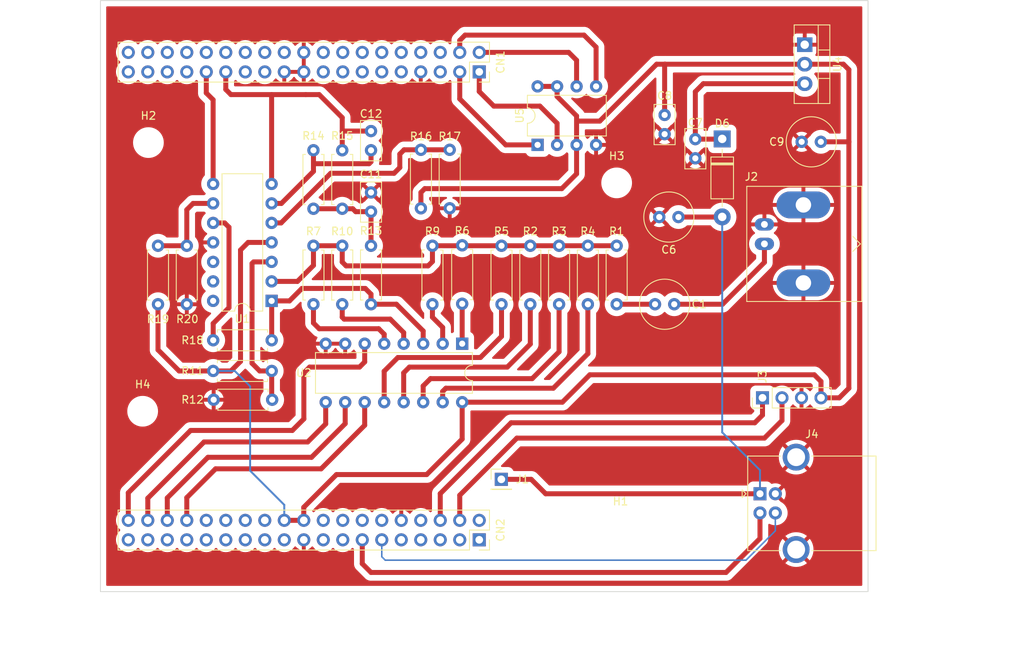
<source format=kicad_pcb>
(kicad_pcb (version 20211014) (generator pcbnew)
  (layers (0 "F.Cu" signal) (31 "B.Cu" signal) (34 "B.Paste" user) (35 "F.Paste" user) (36 "B.SilkS" user "B.Silkscreen") (37 "F.SilkS" user "F.Silkscreen") (38 "B.Mask" user) (39 "F.Mask" user) (44 "Edge.Cuts" user))
  (net 0 "")
  (net 1 "Net-(C1-Pad1)")
  (net 2 "Net-(C1-Pad2)")
  (net 4 "Net-(C7-Pad1)")
  (net 5 "3.3V")
  (net 6 "GND")
  (net 7 "Net-(C11-Pad2)")
  (net 8 "Net-(C12-Pad2)")
  (net 9 "/SDA")
  (net 10 "/VIN")
  (net 15 "/SCL")
  (net 17 "/D+")
  (net 18 "/SCK")
  (net 19 "/D-")
  (net 20 "/MISO")
  (net 21 "/MOSI")
  (net 22 "/CS")
  (net 23 "Net-(R1-Pad1)")
  (net 24 "Net-(R2-Pad2)")
  (net 25 "Net-(R3-Pad1)")
  (net 26 "Net-(R4-Pad1)")
  (net 27 "Net-(R5-Pad1)")
  (net 28 "Net-(R6-Pad1)")
  (net 29 "Net-(R7-Pad1)")
  (net 30 "Net-(R9-Pad1)")
  (net 31 "Net-(R10-Pad1)")
  (net 32 "Net-(R11-Pad1)")
  (net 33 "Net-(R13-Pad2)")
  (net 34 "Net-(R16-Pad1)")
  (net 35 "Net-(R18-Pad1)")
  (net 36 "Net-(R19-Pad1)")
  (net 41 "/D7")
  (net 42 "D3")
  (net 48 "/A0")
  (net 49 "/A1")
  (net 50 "/D5")
  (net 51 "/D4")
  (net 52 "D2")
  (net 53 "D1")
  (net 54 "D0")
  (footprint "Resistor_THT:R_Axial_DIN0207_L6.3mm_D2.5mm_P7.62mm_Horizontal" (layer "F.Cu") (at 93 76.06 90)
    (fp_text reference "R4" (at 9.5 0) (layer "F.SilkS"))
    (fp_text value "15K")
    (pad "1" thru_hole circle (at 0 0 90) (size 1.6 1.6) (drill 0.8) (layers *.Cu *.Mask) (net 26 "Net-(R4-Pad1)"))
    (pad "2" thru_hole oval (at 7.62 0 90) (size 1.6 1.6) (drill 0.8) (layers *.Cu *.Mask) (net 23 "Net-(R1-Pad1)"))
  )
  (footprint "Resistor_THT:R_Axial_DIN0207_L6.3mm_D2.5mm_P7.62mm_Horizontal" (layer "F.Cu") (at 51.81 84.75 180)
    (fp_text reference "R11" (at 10.31 0) (layer "F.SilkS"))
    (fp_text value "10K")
    (pad "1" thru_hole circle (at 0 0 180) (size 1.6 1.6) (drill 0.8) (layers *.Cu *.Mask) (net 32 "Net-(R11-Pad1)"))
    (pad "2" thru_hole oval (at 7.62 0 180) (size 1.6 1.6) (drill 0.8) (layers *.Cu *.Mask) (net 5 "3.3V"))
  )
  (footprint "Package_DIP:DIP-14_W7.62mm" (layer "F.Cu") (at 51.8 75.625 180)
    (fp_text reference "U1" (at 3.81 -2.33) (layer "F.SilkS"))
    (fp_text value "MCP6004")
    (pad "1" thru_hole rect (at 0 0 180) (size 1.6 1.6) (drill 0.8) (layers *.Cu *.Mask) (net 33 "Net-(R13-Pad2)"))
    (pad "2" thru_hole oval (at 0 2.54 180) (size 1.6 1.6) (drill 0.8) (layers *.Cu *.Mask) (net 23 "Net-(R1-Pad1)"))
    (pad "3" thru_hole oval (at 0 5.08 180) (size 1.6 1.6) (drill 0.8) (layers *.Cu *.Mask) (net 32 "Net-(R11-Pad1)"))
    (pad "4" thru_hole oval (at 0 7.62 180) (size 1.6 1.6) (drill 0.8) (layers *.Cu *.Mask) (net 5 "3.3V"))
    (pad "5" thru_hole oval (at 0 10.16 180) (size 1.6 1.6) (drill 0.8) (layers *.Cu *.Mask) (net 34 "Net-(R16-Pad1)"))
    (pad "6" thru_hole oval (at 0 12.7 180) (size 1.6 1.6) (drill 0.8) (layers *.Cu *.Mask) (net 8 "Net-(C12-Pad2)"))
    (pad "7" thru_hole oval (at 0 15.24 180) (size 1.6 1.6) (drill 0.8) (layers *.Cu *.Mask) (net 48 "/A0"))
    (pad "8" thru_hole oval (at 7.62 15.24 180) (size 1.6 1.6) (drill 0.8) (layers *.Cu *.Mask) (net 49 "/A1"))
    (pad "9" thru_hole oval (at 7.62 12.7 180) (size 1.6 1.6) (drill 0.8) (layers *.Cu *.Mask) (net 36 "Net-(R19-Pad1)"))
    (pad "10" thru_hole oval (at 7.62 10.16 180) (size 1.6 1.6) (drill 0.8) (layers *.Cu *.Mask) (net 35 "Net-(R18-Pad1)"))
    (pad "11" thru_hole oval (at 7.62 7.62 180) (size 1.6 1.6) (drill 0.8) (layers *.Cu *.Mask) (net 6 "GND"))
    (pad "12" thru_hole oval (at 7.62 5.08 180) (size 1.6 1.6) (drill 0.8) (layers *.Cu *.Mask))
    (pad "13" thru_hole oval (at 7.62 2.54 180) (size 1.6 1.6) (drill 0.8) (layers *.Cu *.Mask))
    (pad "14" thru_hole oval (at 7.62 0 180) (size 1.6 1.6) (drill 0.8) (layers *.Cu *.Mask))
  )
  (footprint "Diode_THT:D_DO-41_SOD81_P10.16mm_Horizontal" (layer "F.Cu") (at 110.5 54.52 -90)
    (fp_text reference "D6" (at -2.02 0 180) (layer "F.SilkS"))
    (fp_text value "1N5819")
    (pad "1" thru_hole rect (at 0 0 270) (size 2.2 2.2) (drill 1.1) (layers *.Cu *.Mask) (net 4 "Net-(C7-Pad1)"))
    (pad "2" thru_hole oval (at 10.16 0 270) (size 2.2 2.2) (drill 1.1) (layers *.Cu *.Mask) (net 10 "/VIN"))
  )
  (footprint "Resistor_THT:R_Axial_DIN0207_L6.3mm_D2.5mm_P7.62mm_Horizontal" (layer "F.Cu") (at 75 55.94 -90)
    (fp_text reference "R17" (at -1.75 0) (layer "F.SilkS"))
    (fp_text value "10K")
    (pad "1" thru_hole circle (at 0 0 270) (size 1.6 1.6) (drill 0.8) (layers *.Cu *.Mask) (net 34 "Net-(R16-Pad1)"))
    (pad "2" thru_hole oval (at 7.62 0 270) (size 1.6 1.6) (drill 0.8) (layers *.Cu *.Mask) (net 6 "GND"))
  )
  (footprint "Connector_PinHeader_2.54mm:PinHeader_1x04_P2.54mm_Vertical" (layer "F.Cu") (at 115.75 88.25 90)
    (fp_text reference "J3" (at 2.75 0 90) (layer "F.SilkS"))
    (fp_text value "DISPLAY")
    (pad "1" thru_hole rect (at 0 0 90) (size 1.7 1.7) (drill 1) (layers *.Cu *.Mask) (net 9 "/SDA"))
    (pad "2" thru_hole oval (at 0 2.54 90) (size 1.7 1.7) (drill 1) (layers *.Cu *.Mask) (net 15 "/SCL"))
    (pad "3" thru_hole oval (at 0 5.08 90) (size 1.7 1.7) (drill 1) (layers *.Cu *.Mask) (net 6 "GND"))
    (pad "4" thru_hole oval (at 0 7.62 90) (size 1.7 1.7) (drill 1) (layers *.Cu *.Mask) (net 5 "3.3V"))
  )
  (footprint "Resistor_THT:R_Axial_DIN0207_L6.3mm_D2.5mm_P7.62mm_Horizontal" (layer "F.Cu") (at 64.75 68.44 -90)
    (fp_text reference "R13" (at -1.94 0) (layer "F.SilkS"))
    (fp_text value "5.6K")
    (pad "1" thru_hole circle (at 0 0 270) (size 1.6 1.6) (drill 0.8) (layers *.Cu *.Mask) (net 7 "Net-(C11-Pad2)"))
    (pad "2" thru_hole oval (at 7.62 0 270) (size 1.6 1.6) (drill 0.8) (layers *.Cu *.Mask) (net 33 "Net-(R13-Pad2)"))
  )
  (footprint "Resistor_THT:R_Axial_DIN0207_L6.3mm_D2.5mm_P7.62mm_Horizontal" (layer "F.Cu") (at 96.75 68.44 -90)
    (fp_text reference "R1" (at -1.88 0) (layer "F.SilkS"))
    (fp_text value "15K")
    (pad "1" thru_hole circle (at 0 0 270) (size 1.6 1.6) (drill 0.8) (layers *.Cu *.Mask) (net 23 "Net-(R1-Pad1)"))
    (pad "2" thru_hole oval (at 7.62 0 270) (size 1.6 1.6) (drill 0.8) (layers *.Cu *.Mask) (net 1 "Net-(C1-Pad1)"))
  )
  (footprint "Capacitor_THT:C_Radial_D6.3mm_H11.0mm_P2.50mm" (layer "F.Cu") (at 123.35 54.9 180)
    (fp_text reference "C9" (at 5.75 0) (layer "F.SilkS"))
    (fp_text value "10uF")
    (pad "1" thru_hole circle (at 0 0 180) (size 1.6 1.6) (drill 0.8) (layers *.Cu *.Mask) (net 5 "3.3V"))
    (pad "2" thru_hole circle (at 2.5 0 180) (size 1.6 1.6) (drill 0.8) (layers *.Cu *.Mask) (net 6 "GND"))
  )
  (footprint "Capacitor_THT:C_Disc_D5.0mm_W2.5mm_P2.50mm" (layer "F.Cu") (at 103 51.4 -90)
    (fp_text reference "C8" (at -2.5 0 180) (layer "F.SilkS"))
    (fp_text value "100nF")
    (pad "1" thru_hole circle (at 0 0 270) (size 1.6 1.6) (drill 0.8) (layers *.Cu *.Mask) (net 5 "3.3V"))
    (pad "2" thru_hole circle (at 2.5 0 270) (size 1.6 1.6) (drill 0.8) (layers *.Cu *.Mask) (net 6 "GND"))
  )
  (footprint "Resistor_THT:R_Axial_DIN0207_L6.3mm_D2.5mm_P7.62mm_Horizontal" (layer "F.Cu") (at 72.75 76.06 90)
    (fp_text reference "R9" (at 9.5 0) (layer "F.SilkS"))
    (fp_text value "470K")
    (pad "1" thru_hole circle (at 0 0 90) (size 1.6 1.6) (drill 0.8) (layers *.Cu *.Mask) (net 30 "Net-(R9-Pad1)"))
    (pad "2" thru_hole oval (at 7.62 0 90) (size 1.6 1.6) (drill 0.8) (layers *.Cu *.Mask) (net 23 "Net-(R1-Pad1)"))
  )
  (footprint "MountingHole:MountingHole_2.5mm" (layer "F.Cu") (at 35 90)
    (fp_text reference "H4" (at 0 -3.5) (layer "F.SilkS"))
    (fp_text value "MountingHole")
    (pad "" np_thru_hole circle (at 0 0) (size 2.5 2.5) (drill 2.5) (layers *.Cu *.Mask))
  )
  (footprint "Connector_USB:USB_B_OST_USB-B1HSxx_Horizontal" (layer "F.Cu") (at 115.4225 100.75)
    (fp_text reference "J4" (at 6.76 -7.77) (layer "F.SilkS"))
    (fp_text value "USB_B")
    (pad "1" thru_hole rect (at 0 0) (size 1.7 1.7) (drill 0.92) (layers *.Cu *.Mask) (net 10 "/VIN"))
    (pad "2" thru_hole circle (at 0 2.5) (size 1.7 1.7) (drill 0.92) (layers *.Cu *.Mask) (net 19 "/D-"))
    (pad "3" thru_hole circle (at 2 2.5) (size 1.7 1.7) (drill 0.92) (layers *.Cu *.Mask) (net 17 "/D+"))
    (pad "4" thru_hole circle (at 2 0) (size 1.7 1.7) (drill 0.92) (layers *.Cu *.Mask) (net 6 "GND"))
    (pad "5" thru_hole circle (at 4.71 7.27) (size 3.5 3.5) (drill 2.33) (layers *.Cu *.Mask) (net 6 "GND"))
    (pad "5" thru_hole circle (at 4.71 -4.77) (size 3.5 3.5) (drill 2.33) (layers *.Cu *.Mask) (net 6 "GND"))
  )
  (footprint "Resistor_THT:R_Axial_DIN0207_L6.3mm_D2.5mm_P7.62mm_Horizontal" (layer "F.Cu") (at 61 76.06 90)
    (fp_text reference "R10" (at 9.5 0) (layer "F.SilkS"))
    (fp_text value "750K")
    (pad "1" thru_hole circle (at 0 0 90) (size 1.6 1.6) (drill 0.8) (layers *.Cu *.Mask) (net 31 "Net-(R10-Pad1)"))
    (pad "2" thru_hole oval (at 7.62 0 90) (size 1.6 1.6) (drill 0.8) (layers *.Cu *.Mask) (net 23 "Net-(R1-Pad1)"))
  )
  (footprint "Capacitor_THT:C_Disc_D5.0mm_W2.5mm_P2.50mm" (layer "F.Cu") (at 107 54.55 -90)
    (fp_text reference "C7" (at -2.15 0 180) (layer "F.SilkS"))
    (fp_text value "100nF")
    (pad "1" thru_hole circle (at 0 0 270) (size 1.6 1.6) (drill 0.8) (layers *.Cu *.Mask) (net 4 "Net-(C7-Pad1)"))
    (pad "2" thru_hole circle (at 2.5 0 270) (size 1.6 1.6) (drill 0.8) (layers *.Cu *.Mask) (net 6 "GND"))
  )
  (footprint "Resistor_THT:R_Axial_DIN0207_L6.3mm_D2.5mm_P7.62mm_Horizontal" (layer "F.Cu") (at 37 68.44 -90)
    (fp_text reference "R19" (at 9.56 0) (layer "F.SilkS"))
    (fp_text value "10K")
    (pad "1" thru_hole circle (at 0 0 270) (size 1.6 1.6) (drill 0.8) (layers *.Cu *.Mask) (net 36 "Net-(R19-Pad1)"))
    (pad "2" thru_hole oval (at 7.62 0 270) (size 1.6 1.6) (drill 0.8) (layers *.Cu *.Mask) (net 5 "3.3V"))
  )
  (footprint "Resistor_THT:R_Axial_DIN0207_L6.3mm_D2.5mm_P7.62mm_Horizontal" (layer "F.Cu") (at 57.25 76.06 90)
    (fp_text reference "R7" (at 9.5 0) (layer "F.SilkS"))
    (fp_text value "150K")
    (pad "1" thru_hole circle (at 0 0 90) (size 1.6 1.6) (drill 0.8) (layers *.Cu *.Mask) (net 29 "Net-(R7-Pad1)"))
    (pad "2" thru_hole oval (at 7.62 0 90) (size 1.6 1.6) (drill 0.8) (layers *.Cu *.Mask) (net 23 "Net-(R1-Pad1)"))
  )
  (footprint "Capacitor_THT:C_Radial_D6.3mm_H11.0mm_P2.50mm" (layer "F.Cu") (at 101.75 76.06)
    (fp_text reference "C1" (at 5.75 0) (layer "F.SilkS"))
    (fp_text value "22uF")
    (pad "1" thru_hole circle (at 0 0) (size 1.6 1.6) (drill 0.8) (layers *.Cu *.Mask) (net 1 "Net-(C1-Pad1)"))
    (pad "2" thru_hole circle (at 2.5 0) (size 1.6 1.6) (drill 0.8) (layers *.Cu *.Mask) (net 2 "Net-(C1-Pad2)"))
  )
  (footprint "Package_TO_SOT_THT:TO-220-3_Vertical" (layer "F.Cu") (at 121.25 42.25 -90)
    (fp_text reference "U4" (at 2.54 -4.27 -90) (layer "F.SilkS"))
    (fp_text value "LM1117-3.3")
    (pad "1" thru_hole rect (at 0 0 270) (size 1.905 2) (drill 1.1) (layers *.Cu *.Mask) (net 6 "GND"))
    (pad "2" thru_hole oval (at 2.54 0 270) (size 1.905 2) (drill 1.1) (layers *.Cu *.Mask) (net 5 "3.3V"))
    (pad "3" thru_hole oval (at 5.08 0 270) (size 1.905 2) (drill 1.1) (layers *.Cu *.Mask) (net 4 "Net-(C7-Pad1)"))
  )
  (footprint "Resistor_THT:R_Axial_DIN0207_L6.3mm_D2.5mm_P7.62mm_Horizontal" (layer "F.Cu") (at 76.625 76 90)
    (fp_text reference "R6" (at 9.5 0) (layer "F.SilkS"))
    (fp_text value "75K")
    (pad "1" thru_hole circle (at 0 0 90) (size 1.6 1.6) (drill 0.8) (layers *.Cu *.Mask) (net 28 "Net-(R6-Pad1)"))
    (pad "2" thru_hole oval (at 7.62 0 90) (size 1.6 1.6) (drill 0.8) (layers *.Cu *.Mask) (net 23 "Net-(R1-Pad1)"))
  )
  (footprint "Connector_PinHeader_2.54mm:PinHeader_1x01_P2.54mm_Vertical" (layer "F.Cu") (at 81.725 98.87)
    (fp_text reference "J1" (at 2.75 0) (layer "F.SilkS"))
    (fp_text value "VIN")
    (pad "1" thru_hole rect (at 0 0) (size 1.7 1.7) (drill 1) (layers *.Cu *.Mask) (net 10 "/VIN"))
  )
  (footprint "Capacitor_THT:C_Radial_D6.3mm_H11.0mm_P2.50mm" (layer "F.Cu") (at 104.8 64.7 180)
    (fp_text reference "C6" (at 1.25 -4.25) (layer "F.SilkS"))
    (fp_text value "10uF")
    (pad "1" thru_hole circle (at 0 0 180) (size 1.6 1.6) (drill 0.8) (layers *.Cu *.Mask) (net 10 "/VIN"))
    (pad "2" thru_hole circle (at 2.5 0 180) (size 1.6 1.6) (drill 0.8) (layers *.Cu *.Mask) (net 6 "GND"))
  )
  (footprint "Package_DIP:DIP-8_W7.62mm" (layer "F.Cu") (at 86.45 55.3 90)
    (fp_text reference "U5" (at 3.81 -2.33 90) (layer "F.SilkS"))
    (fp_text value "M95128")
    (pad "1" thru_hole rect (at 0 0 90) (size 1.6 1.6) (drill 0.8) (layers *.Cu *.Mask) (net 22 "/CS"))
    (pad "2" thru_hole oval (at 0 2.54 90) (size 1.6 1.6) (drill 0.8) (layers *.Cu *.Mask) (net 20 "/MISO"))
    (pad "3" thru_hole oval (at 0 5.08 90) (size 1.6 1.6) (drill 0.8) (layers *.Cu *.Mask) (net 5 "3.3V"))
    (pad "4" thru_hole oval (at 0 7.62 90) (size 1.6 1.6) (drill 0.8) (layers *.Cu *.Mask) (net 6 "GND"))
    (pad "5" thru_hole oval (at 7.62 7.62 90) (size 1.6 1.6) (drill 0.8) (layers *.Cu *.Mask) (net 21 "/MOSI"))
    (pad "6" thru_hole oval (at 7.62 5.08 90) (size 1.6 1.6) (drill 0.8) (layers *.Cu *.Mask) (net 18 "/SCK"))
    (pad "7" thru_hole oval (at 7.62 2.54 90) (size 1.6 1.6) (drill 0.8) (layers *.Cu *.Mask) (net 5 "3.3V"))
    (pad "8" thru_hole oval (at 7.62 0 90) (size 1.6 1.6) (drill 0.8) (layers *.Cu *.Mask) (net 5 "3.3V"))
  )
  (footprint "Package_DIP:DIP-16_W7.62mm" (layer "F.Cu") (at 76.625 81.2 -90)
    (fp_text reference "U2" (at 3.8 20.625 180) (layer "F.SilkS"))
    (fp_text value "74HC4051")
    (pad "1" thru_hole rect (at 0 0 270) (size 1.6 1.6) (drill 0.8) (layers *.Cu *.Mask) (net 28 "Net-(R6-Pad1)"))
    (pad "2" thru_hole oval (at 0 2.54 270) (size 1.6 1.6) (drill 0.8) (layers *.Cu *.Mask) (net 30 "Net-(R9-Pad1)"))
    (pad "3" thru_hole oval (at 0 5.08 270) (size 1.6 1.6) (drill 0.8) (layers *.Cu *.Mask) (net 33 "Net-(R13-Pad2)"))
    (pad "4" thru_hole oval (at 0 7.62 270) (size 1.6 1.6) (drill 0.8) (layers *.Cu *.Mask) (net 31 "Net-(R10-Pad1)"))
    (pad "5" thru_hole oval (at 0 10.16 270) (size 1.6 1.6) (drill 0.8) (layers *.Cu *.Mask) (net 29 "Net-(R7-Pad1)"))
    (pad "6" thru_hole oval (at 0 12.7 270) (size 1.6 1.6) (drill 0.8) (layers *.Cu *.Mask) (net 54 "D0"))
    (pad "7" thru_hole oval (at 0 15.24 270) (size 1.6 1.6) (drill 0.8) (layers *.Cu *.Mask) (net 6 "GND"))
    (pad "8" thru_hole oval (at 0 17.78 270) (size 1.6 1.6) (drill 0.8) (layers *.Cu *.Mask) (net 6 "GND"))
    (pad "9" thru_hole oval (at 7.62 17.78 270) (size 1.6 1.6) (drill 0.8) (layers *.Cu *.Mask) (net 53 "D1"))
    (pad "10" thru_hole oval (at 7.62 15.24 270) (size 1.6 1.6) (drill 0.8) (layers *.Cu *.Mask) (net 52 "D2"))
    (pad "11" thru_hole oval (at 7.62 12.7 270) (size 1.6 1.6) (drill 0.8) (layers *.Cu *.Mask) (net 42 "D3"))
    (pad "12" thru_hole oval (at 7.62 10.16 270) (size 1.6 1.6) (drill 0.8) (layers *.Cu *.Mask) (net 27 "Net-(R5-Pad1)"))
    (pad "13" thru_hole oval (at 7.62 7.62 270) (size 1.6 1.6) (drill 0.8) (layers *.Cu *.Mask) (net 24 "Net-(R2-Pad2)"))
    (pad "14" thru_hole oval (at 7.62 5.08 270) (size 1.6 1.6) (drill 0.8) (layers *.Cu *.Mask) (net 25 "Net-(R3-Pad1)"))
    (pad "15" thru_hole oval (at 7.62 2.54 270) (size 1.6 1.6) (drill 0.8) (layers *.Cu *.Mask) (net 26 "Net-(R4-Pad1)"))
    (pad "16" thru_hole oval (at 7.62 0 270) (size 1.6 1.6) (drill 0.8) (layers *.Cu *.Mask) (net 5 "3.3V"))
  )
  (footprint "Capacitor_THT:C_Disc_D5.0mm_W2.5mm_P2.50mm" (layer "F.Cu") (at 64.75 61.5 -90)
    (fp_text reference "C11" (at -2.37 0) (layer "F.SilkS"))
    (fp_text value "4nF")
    (pad "1" thru_hole circle (at 0 0 270) (size 1.6 1.6) (drill 0.8) (layers *.Cu *.Mask) (net 6 "GND"))
    (pad "2" thru_hole circle (at 2.5 0 270) (size 1.6 1.6) (drill 0.8) (layers *.Cu *.Mask) (net 7 "Net-(C11-Pad2)"))
  )
  (footprint "Resistor_THT:R_Axial_DIN0207_L6.3mm_D2.5mm_P7.62mm_Horizontal" (layer "F.Cu") (at 57.25 56 -90)
    (fp_text reference "R14" (at -1.88 0) (layer "F.SilkS"))
    (fp_text value "2.7K")
    (pad "1" thru_hole circle (at 0 0 270) (size 1.6 1.6) (drill 0.8) (layers *.Cu *.Mask) (net 8 "Net-(C12-Pad2)"))
    (pad "2" thru_hole oval (at 7.62 0 270) (size 1.6 1.6) (drill 0.8) (layers *.Cu *.Mask) (net 7 "Net-(C11-Pad2)"))
  )
  (footprint "MountingHole:MountingHole_2.5mm" (layer "F.Cu") (at 35.75 55)
    (fp_text reference "H2" (at 0 -3.5) (layer "F.SilkS"))
    (fp_text value "MountingHole")
    (pad "" np_thru_hole circle (at 0 0) (size 2.5 2.5) (drill 2.5) (layers *.Cu *.Mask))
  )
  (footprint "MountingHole:MountingHole_2.5mm" (layer "F.Cu") (at 96.75 60.25)
    (fp_text reference "H3" (at 0 -3.5) (layer "F.SilkS"))
    (fp_text value "MountingHole")
    (pad "" np_thru_hole circle (at 0 0) (size 2.5 2.5) (drill 2.5) (layers *.Cu *.Mask))
  )
  (footprint "Resistor_THT:R_Axial_DIN0207_L6.3mm_D2.5mm_P7.62mm_Horizontal" (layer "F.Cu") (at 71.25 55.94 -90)
    (fp_text reference "R16" (at -1.75 -0.02) (layer "F.SilkS"))
    (fp_text value "10K")
    (pad "1" thru_hole circle (at 0 0 270) (size 1.6 1.6) (drill 0.8) (layers *.Cu *.Mask) (net 34 "Net-(R16-Pad1)"))
    (pad "2" thru_hole oval (at 7.62 0 270) (size 1.6 1.6) (drill 0.8) (layers *.Cu *.Mask) (net 5 "3.3V"))
  )
  (footprint "Resistor_THT:R_Axial_DIN0207_L6.3mm_D2.5mm_P7.62mm_Horizontal" (layer "F.Cu") (at 85.5 68.44 -90)
    (fp_text reference "R2" (at -1.88 0) (layer "F.SilkS"))
    (fp_text value "4.3K")
    (pad "1" thru_hole circle (at 0 0 270) (size 1.6 1.6) (drill 0.8) (layers *.Cu *.Mask) (net 23 "Net-(R1-Pad1)"))
    (pad "2" thru_hole oval (at 7.62 0 270) (size 1.6 1.6) (drill 0.8) (layers *.Cu *.Mask) (net 24 "Net-(R2-Pad2)"))
  )
  (footprint "Resistor_THT:R_Axial_DIN0207_L6.3mm_D2.5mm_P7.62mm_Horizontal" (layer "F.Cu") (at 51.87 88.5 180)
    (fp_text reference "R12" (at 10.37 0) (layer "F.SilkS"))
    (fp_text value "10K")
    (pad "1" thru_hole circle (at 0 0 180) (size 1.6 1.6) (drill 0.8) (layers *.Cu *.Mask) (net 32 "Net-(R11-Pad1)"))
    (pad "2" thru_hole oval (at 7.62 0 180) (size 1.6 1.6) (drill 0.8) (layers *.Cu *.Mask) (net 6 "GND"))
  )
  (footprint "Connector_PinSocket_2.54mm:PinSocket_2x19_P2.54mm_Vertical" (layer "F.Cu") (at 78.85 106.75 -90)
    (fp_text reference "CN2" (at -1.27 -2.77 90) (layer "F.SilkS"))
    (fp_text value "Conector DER")
    (pad "1" thru_hole rect (at 0 0 270) (size 1.7 1.7) (drill 1) (layers *.Cu *.Mask))
    (pad "2" thru_hole oval (at -2.54 0 270) (size 1.7 1.7) (drill 1) (layers *.Cu *.Mask))
    (pad "3" thru_hole oval (at 0 2.54 270) (size 1.7 1.7) (drill 1) (layers *.Cu *.Mask))
    (pad "4" thru_hole oval (at -2.54 2.54 270) (size 1.7 1.7) (drill 1) (layers *.Cu *.Mask) (net 15 "/SCL"))
    (pad "5" thru_hole oval (at 0 5.08 270) (size 1.7 1.7) (drill 1) (layers *.Cu *.Mask))
    (pad "6" thru_hole oval (at -2.54 5.08 270) (size 1.7 1.7) (drill 1) (layers *.Cu *.Mask) (net 9 "/SDA"))
    (pad "7" thru_hole oval (at 0 7.62 270) (size 1.7 1.7) (drill 1) (layers *.Cu *.Mask))
    (pad "8" thru_hole oval (at -2.54 7.62 270) (size 1.7 1.7) (drill 1) (layers *.Cu *.Mask))
    (pad "9" thru_hole oval (at 0 10.16 270) (size 1.7 1.7) (drill 1) (layers *.Cu *.Mask))
    (pad "10" thru_hole oval (at -2.54 10.16 270) (size 1.7 1.7) (drill 1) (layers *.Cu *.Mask) (net 6 "GND"))
    (pad "11" thru_hole oval (at 0 12.7 270) (size 1.7 1.7) (drill 1) (layers *.Cu *.Mask) (net 17 "/D+"))
    (pad "12" thru_hole oval (at -2.54 12.7 270) (size 1.7 1.7) (drill 1) (layers *.Cu *.Mask))
    (pad "13" thru_hole oval (at 0 15.24 270) (size 1.7 1.7) (drill 1) (layers *.Cu *.Mask) (net 19 "/D-"))
    (pad "14" thru_hole oval (at -2.54 15.24 270) (size 1.7 1.7) (drill 1) (layers *.Cu *.Mask))
    (pad "15" thru_hole oval (at 0 17.78 270) (size 1.7 1.7) (drill 1) (layers *.Cu *.Mask))
    (pad "16" thru_hole oval (at -2.54 17.78 270) (size 1.7 1.7) (drill 1) (layers *.Cu *.Mask))
    (pad "17" thru_hole oval (at 0 20.32 270) (size 1.7 1.7) (drill 1) (layers *.Cu *.Mask))
    (pad "18" thru_hole oval (at -2.54 20.32 270) (size 1.7 1.7) (drill 1) (layers *.Cu *.Mask))
    (pad "19" thru_hole oval (at 0 22.86 270) (size 1.7 1.7) (drill 1) (layers *.Cu *.Mask) (net 6 "GND"))
    (pad "20" thru_hole oval (at -2.54 22.86 270) (size 1.7 1.7) (drill 1) (layers *.Cu *.Mask) (net 5 "3.3V"))
    (pad "21" thru_hole oval (at 0 25.4 270) (size 1.7 1.7) (drill 1) (layers *.Cu *.Mask))
    (pad "22" thru_hole oval (at -2.54 25.4 270) (size 1.7 1.7) (drill 1) (layers *.Cu *.Mask) (net 5 "3.3V"))
    (pad "23" thru_hole oval (at 0 27.94 270) (size 1.7 1.7) (drill 1) (layers *.Cu *.Mask))
    (pad "24" thru_hole oval (at -2.54 27.94 270) (size 1.7 1.7) (drill 1) (layers *.Cu *.Mask) (net 41 "/D7"))
    (pad "25" thru_hole oval (at 0 30.48 270) (size 1.7 1.7) (drill 1) (layers *.Cu *.Mask))
    (pad "26" thru_hole oval (at -2.54 30.48 270) (size 1.7 1.7) (drill 1) (layers *.Cu *.Mask))
    (pad "27" thru_hole oval (at 0 33.02 270) (size 1.7 1.7) (drill 1) (layers *.Cu *.Mask))
    (pad "28" thru_hole oval (at -2.54 33.02 270) (size 1.7 1.7) (drill 1) (layers *.Cu *.Mask) (net 50 "/D5"))
    (pad "29" thru_hole oval (at 0 35.56 270) (size 1.7 1.7) (drill 1) (layers *.Cu *.Mask))
    (pad "30" thru_hole oval (at -2.54 35.56 270) (size 1.7 1.7) (drill 1) (layers *.Cu *.Mask) (net 51 "/D4"))
    (pad "31" thru_hole oval (at 0 38.1 270) (size 1.7 1.7) (drill 1) (layers *.Cu *.Mask))
    (pad "32" thru_hole oval (at -2.54 38.1 270) (size 1.7 1.7) (drill 1) (layers *.Cu *.Mask) (net 42 "D3"))
    (pad "33" thru_hole oval (at 0 40.64 270) (size 1.7 1.7) (drill 1) (layers *.Cu *.Mask))
    (pad "34" thru_hole oval (at -2.54 40.64 270) (size 1.7 1.7) (drill 1) (layers *.Cu *.Mask) (net 52 "D2"))
    (pad "35" thru_hole oval (at 0 43.18 270) (size 1.7 1.7) (drill 1) (layers *.Cu *.Mask))
    (pad "36" thru_hole oval (at -2.54 43.18 270) (size 1.7 1.7) (drill 1) (layers *.Cu *.Mask) (net 53 "D1"))
    (pad "37" thru_hole oval (at 0 45.72 270) (size 1.7 1.7) (drill 1) (layers *.Cu *.Mask))
    (pad "38" thru_hole oval (at -2.54 45.72 270) (size 1.7 1.7) (drill 1) (layers *.Cu *.Mask) (net 54 "D0"))
  )
  (footprint "Connector_Coaxial:BNC_Amphenol_B6252HB-NPP3G-50_Horizontal" (layer "F.Cu") (at 116 68.2 -90)
    (fp_text reference "J2" (at -8.75 1.7) (layer "F.SilkS"))
    (fp_text value "Conn_Coaxial")
    (pad "1" thru_hole oval (at 0 0 270) (size 1.6 2.5) (drill 0.89) (layers *.Cu *.Mask) (net 2 "Net-(C1-Pad2)"))
    (pad "2" thru_hole oval (at -2.54 0 270) (size 1.6 2.5) (drill 0.89) (layers *.Cu *.Mask) (net 6 "GND"))
    (pad "2" thru_hole oval (at 5.08 -5.08 270) (size 3.5 7) (drill 2.01) (layers *.Cu *.Mask) (net 6 "GND"))
    (pad "2" thru_hole oval (at -5.08 -5.08 270) (size 3.5 7) (drill 2.01) (layers *.Cu *.Mask) (net 6 "GND"))
  )
  (footprint "Connector_PinSocket_2.54mm:PinSocket_2x19_P2.54mm_Vertical" (layer "F.Cu") (at 78.85 45.79 -90)
    (fp_text reference "CN1" (at -1.27 -2.77 90) (layer "F.SilkS"))
    (fp_text value "Conector IZQ")
    (pad "1" thru_hole rect (at 0 0 270) (size 1.7 1.7) (drill 1) (layers *.Cu *.Mask) (net 20 "/MISO"))
    (pad "2" thru_hole oval (at -2.54 0 270) (size 1.7 1.7) (drill 1) (layers *.Cu *.Mask) (net 18 "/SCK"))
    (pad "3" thru_hole oval (at 0 2.54 270) (size 1.7 1.7) (drill 1) (layers *.Cu *.Mask) (net 22 "/CS"))
    (pad "4" thru_hole oval (at -2.54 2.54 270) (size 1.7 1.7) (drill 1) (layers *.Cu *.Mask) (net 21 "/MOSI"))
    (pad "5" thru_hole oval (at 0 5.08 270) (size 1.7 1.7) (drill 1) (layers *.Cu *.Mask))
    (pad "6" thru_hole oval (at -2.54 5.08 270) (size 1.7 1.7) (drill 1) (layers *.Cu *.Mask))
    (pad "7" thru_hole oval (at 0 7.62 270) (size 1.7 1.7) (drill 1) (layers *.Cu *.Mask) (net 6 "GND"))
    (pad "8" thru_hole oval (at -2.54 7.62 270) (size 1.7 1.7) (drill 1) (layers *.Cu *.Mask))
    (pad "9" thru_hole oval (at 0 10.16 270) (size 1.7 1.7) (drill 1) (layers *.Cu *.Mask))
    (pad "10" thru_hole oval (at -2.54 10.16 270) (size 1.7 1.7) (drill 1) (layers *.Cu *.Mask))
    (pad "11" thru_hole oval (at 0 12.7 270) (size 1.7 1.7) (drill 1) (layers *.Cu *.Mask))
    (pad "12" thru_hole oval (at -2.54 12.7 270) (size 1.7 1.7) (drill 1) (layers *.Cu *.Mask))
    (pad "13" thru_hole oval (at 0 15.24 270) (size 1.7 1.7) (drill 1) (layers *.Cu *.Mask))
    (pad "14" thru_hole oval (at -2.54 15.24 270) (size 1.7 1.7) (drill 1) (layers *.Cu *.Mask))
    (pad "15" thru_hole oval (at 0 17.78 270) (size 1.7 1.7) (drill 1) (layers *.Cu *.Mask))
    (pad "16" thru_hole oval (at -2.54 17.78 270) (size 1.7 1.7) (drill 1) (layers *.Cu *.Mask))
    (pad "17" thru_hole oval (at 0 20.32 270) (size 1.7 1.7) (drill 1) (layers *.Cu *.Mask))
    (pad "18" thru_hole oval (at -2.54 20.32 270) (size 1.7 1.7) (drill 1) (layers *.Cu *.Mask))
    (pad "19" thru_hole oval (at 0 22.86 270) (size 1.7 1.7) (drill 1) (layers *.Cu *.Mask) (net 6 "GND"))
    (pad "20" thru_hole oval (at -2.54 22.86 270) (size 1.7 1.7) (drill 1) (layers *.Cu *.Mask) (net 6 "GND"))
    (pad "21" thru_hole oval (at 0 25.4 270) (size 1.7 1.7) (drill 1) (layers *.Cu *.Mask) (net 6 "GND"))
    (pad "22" thru_hole oval (at -2.54 25.4 270) (size 1.7 1.7) (drill 1) (layers *.Cu *.Mask))
    (pad "23" thru_hole oval (at 0 27.94 270) (size 1.7 1.7) (drill 1) (layers *.Cu *.Mask))
    (pad "24" thru_hole oval (at -2.54 27.94 270) (size 1.7 1.7) (drill 1) (layers *.Cu *.Mask))
    (pad "25" thru_hole oval (at 0 30.48 270) (size 1.7 1.7) (drill 1) (layers *.Cu *.Mask))
    (pad "26" thru_hole oval (at -2.54 30.48 270) (size 1.7 1.7) (drill 1) (layers *.Cu *.Mask))
    (pad "27" thru_hole oval (at 0 33.02 270) (size 1.7 1.7) (drill 1) (layers *.Cu *.Mask) (net 48 "/A0"))
    (pad "28" thru_hole oval (at -2.54 33.02 270) (size 1.7 1.7) (drill 1) (layers *.Cu *.Mask))
    (pad "29" thru_hole oval (at 0 35.56 270) (size 1.7 1.7) (drill 1) (layers *.Cu *.Mask) (net 49 "/A1"))
    (pad "30" thru_hole oval (at -2.54 35.56 270) (size 1.7 1.7) (drill 1) (layers *.Cu *.Mask))
    (pad "31" thru_hole oval (at 0 38.1 270) (size 1.7 1.7) (drill 1) (layers *.Cu *.Mask))
    (pad "32" thru_hole oval (at -2.54 38.1 270) (size 1.7 1.7) (drill 1) (layers *.Cu *.Mask))
    (pad "33" thru_hole oval (at 0 40.64 270) (size 1.7 1.7) (drill 1) (layers *.Cu *.Mask))
    (pad "34" thru_hole oval (at -2.54 40.64 270) (size 1.7 1.7) (drill 1) (layers *.Cu *.Mask))
    (pad "35" thru_hole oval (at 0 43.18 270) (size 1.7 1.7) (drill 1) (layers *.Cu *.Mask))
    (pad "36" thru_hole oval (at -2.54 43.18 270) (size 1.7 1.7) (drill 1) (layers *.Cu *.Mask))
    (pad "37" thru_hole oval (at 0 45.72 270) (size 1.7 1.7) (drill 1) (layers *.Cu *.Mask))
    (pad "38" thru_hole oval (at -2.54 45.72 270) (size 1.7 1.7) (drill 1) (layers *.Cu *.Mask))
  )
  (footprint "Capacitor_THT:C_Disc_D5.0mm_W2.5mm_P2.50mm" (layer "F.Cu") (at 64.75 53.5 -90)
    (fp_text reference "C12" (at -2.25 0) (layer "F.SilkS"))
    (fp_text value "1nF")
    (pad "1" thru_hole circle (at 0 0 270) (size 1.6 1.6) (drill 0.8) (layers *.Cu *.Mask) (net 48 "/A0"))
    (pad "2" thru_hole circle (at 2.5 0 270) (size 1.6 1.6) (drill 0.8) (layers *.Cu *.Mask) (net 8 "Net-(C12-Pad2)"))
  )
  (footprint "Resistor_THT:R_Axial_DIN0207_L6.3mm_D2.5mm_P7.62mm_Horizontal" (layer "F.Cu") (at 89.25 76.06 90)
    (fp_text reference "R3" (at 9.5 0) (layer "F.SilkS"))
    (fp_text value "7.5K")
    (pad "1" thru_hole circle (at 0 0 90) (size 1.6 1.6) (drill 0.8) (layers *.Cu *.Mask) (net 25 "Net-(R3-Pad1)"))
    (pad "2" thru_hole oval (at 7.62 0 90) (size 1.6 1.6) (drill 0.8) (layers *.Cu *.Mask) (net 23 "Net-(R1-Pad1)"))
  )
  (footprint "MountingHole:MountingHole_2.5mm" (layer "F.Cu") (at 97.25 105.25)
    (fp_text reference "H1" (at 0 -3.5) (layer "F.SilkS"))
    (fp_text value "MountingHole")
    (pad "" np_thru_hole circle (at 0 0) (size 2.5 2.5) (drill 2.5) (layers *.Cu *.Mask))
  )
  (footprint "Resistor_THT:R_Axial_DIN0207_L6.3mm_D2.5mm_P7.62mm_Horizontal" (layer "F.Cu") (at 81.75 76.06 90)
    (fp_text reference "R5" (at 9.5 0) (layer "F.SilkS"))
    (fp_text value "47K")
    (pad "1" thru_hole circle (at 0 0 90) (size 1.6 1.6) (drill 0.8) (layers *.Cu *.Mask) (net 27 "Net-(R5-Pad1)"))
    (pad "2" thru_hole oval (at 7.62 0 90) (size 1.6 1.6) (drill 0.8) (layers *.Cu *.Mask) (net 23 "Net-(R1-Pad1)"))
  )
  (footprint "Resistor_THT:R_Axial_DIN0207_L6.3mm_D2.5mm_P7.62mm_Horizontal" (layer "F.Cu") (at 61 56 -90)
    (fp_text reference "R15" (at -1.88 0) (layer "F.SilkS"))
    (fp_text value "5.6K")
    (pad "1" thru_hole circle (at 0 0 270) (size 1.6 1.6) (drill 0.8) (layers *.Cu *.Mask) (net 48 "/A0"))
    (pad "2" thru_hole oval (at 7.62 0 270) (size 1.6 1.6) (drill 0.8) (layers *.Cu *.Mask) (net 7 "Net-(C11-Pad2)"))
  )
  (footprint "Resistor_THT:R_Axial_DIN0207_L6.3mm_D2.5mm_P7.62mm_Horizontal" (layer "F.Cu") (at 40.75 68.44 -90)
    (fp_text reference "R20" (at 9.56 -0.07) (layer "F.SilkS"))
    (fp_text value "10K")
    (pad "1" thru_hole circle (at 0 0 270) (size 1.6 1.6) (drill 0.8) (layers *.Cu *.Mask) (net 36 "Net-(R19-Pad1)"))
    (pad "2" thru_hole oval (at 7.62 0 270) (size 1.6 1.6) (drill 0.8) (layers *.Cu *.Mask) (net 6 "GND"))
  )
  (footprint "Resistor_THT:R_Axial_DIN0207_L6.3mm_D2.5mm_P7.62mm_Horizontal" (layer "F.Cu") (at 44.19 80.75)
    (fp_text reference "R18" (at -2.69 0) (layer "F.SilkS"))
    (fp_text value "100K")
    (pad "1" thru_hole circle (at 0 0) (size 1.6 1.6) (drill 0.8) (layers *.Cu *.Mask) (net 35 "Net-(R18-Pad1)"))
    (pad "2" thru_hole oval (at 7.62 0) (size 1.6 1.6) (drill 0.8) (layers *.Cu *.Mask) (net 33 "Net-(R13-Pad2)"))
  )
  (gr_rect (start 129.5 113.5) (end 29.5 36.5) (layer "Edge.Cuts") (width 0.1) (fill none))
  (segment (start 96.75 76.06) (end 101.75 76.06) (width 0.65) (layer "F.Cu") (net 1))
  (segment (start 104.25 76.06) (end 110.54 76.06) (width 0.65) (layer "F.Cu") (net 2))
  (segment (start 110.54 76.06) (end 116 70.6) (width 0.65) (layer "F.Cu") (net 2))
  (segment (start 116 70.6) (end 116 68.2) (width 0.65) (layer "F.Cu") (net 2))
  (segment (start 107 48.37) (end 108.04 47.33) (width 0.65) (layer "F.Cu") (net 4))
  (segment (start 108.04 47.33) (end 121.25 47.33) (width 0.65) (layer "F.Cu") (net 4))
  (segment (start 110.47 54.55) (end 110.5 54.52) (width 0.65) (layer "F.Cu") (net 4))
  (segment (start 107 54.55) (end 107 48.37) (width 0.65) (layer "F.Cu") (net 4))
  (segment (start 107 54.55) (end 110.47 54.55) (width 0.65) (layer "F.Cu") (net 4))
  (segment (start 101.96 44.79) (end 103.04 44.79) (width 0.65) (layer "F.Cu") (net 5))
  (segment (start 103 51.4) (end 103 44.83) (width 0.65) (layer "F.Cu") (net 5))
  (segment (start 76.625 93.625) (end 76.625 88.82) (width 0.65) (layer "F.Cu") (net 5))
  (segment (start 55.99 102.51) (end 60.25 98.25) (width 0.65) (layer "F.Cu") (net 5))
  (segment (start 86.45 47.68) (end 88.99 47.68) (width 0.65) (layer "F.Cu") (net 5))
  (segment (start 39.75 84.75) (end 44.19 84.75) (width 0.65) (layer "F.Cu") (net 5))
  (segment (start 76.625 88.82) (end 89.68 88.82) (width 0.65) (layer "F.Cu") (net 5))
  (segment (start 127 87) (end 127 54.9) (width 0.65) (layer "F.Cu") (net 5))
  (segment (start 89.68 88.82) (end 93.25 85.25) (width 0.65) (layer "F.Cu") (net 5))
  (segment (start 123.37 86.12) (end 123.37 88.25) (width 0.65) (layer "F.Cu") (net 5))
  (segment (start 55.99 104.21) (end 55.99 102.51) (width 0.65) (layer "F.Cu") (net 5))
  (segment (start 91.6 52.2) (end 94.55 52.2) (width 0.65) (layer "F.Cu") (net 5))
  (segment (start 91.53 55.3) (end 91.53 51.53) (width 0.65) (layer "F.Cu") (net 5))
  (segment (start 60.25 98.25) (end 72 98.25) (width 0.65) (layer "F.Cu") (net 5))
  (segment (start 37 76.06) (end 37 82) (width 0.65) (layer "F.Cu") (net 5))
  (segment (start 94.55 52.2) (end 101.96 44.79) (width 0.65) (layer "F.Cu") (net 5))
  (segment (start 127 45.5) (end 126.29 44.79) (width 0.65) (layer "F.Cu") (net 5))
  (segment (start 123.37 88.25) (end 125.75 88.25) (width 0.65) (layer "F.Cu") (net 5))
  (segment (start 71.25 61.5) (end 71.25 63.56) (width 0.65) (layer "F.Cu") (net 5))
  (segment (start 88.99 47.68) (end 88.99 48.99) (width 0.65) (layer "F.Cu") (net 5))
  (segment (start 88.99 48.99) (end 91.53 51.53) (width 0.65) (layer "F.Cu") (net 5))
  (segment (start 47.75 69) (end 47.75 83.5) (width 0.65) (layer "F.Cu") (net 5))
  (segment (start 103.04 44.79) (end 121.25 44.79) (width 0.65) (layer "F.Cu") (net 5))
  (segment (start 91.53 55.3) (end 91.53 59.07) (width 0.65) (layer "F.Cu") (net 5))
  (segment (start 71.75 61) (end 71.25 61.5) (width 0.65) (layer "F.Cu") (net 5))
  (segment (start 122.5 85.25) (end 123.37 86.12) (width 0.65) (layer "F.Cu") (net 5))
  (segment (start 72 98.25) (end 76.625 93.625) (width 0.65) (layer "F.Cu") (net 5))
  (segment (start 125.75 88.25) (end 127 87) (width 0.65) (layer "F.Cu") (net 5))
  (segment (start 89.6 61) (end 71.75 61) (width 0.65) (layer "F.Cu") (net 5))
  (segment (start 51.8 68.005) (end 48.745 68.005) (width 0.65) (layer "F.Cu") (net 5))
  (segment (start 37 82) (end 39.75 84.75) (width 0.65) (layer "F.Cu") (net 5))
  (segment (start 127 54.9) (end 127 45.5) (width 0.65) (layer "F.Cu") (net 5))
  (segment (start 127 54.9) (end 123.35 54.9) (width 0.65) (layer "F.Cu") (net 5))
  (segment (start 47.75 83.5) (end 46.5 84.75) (width 0.65) (layer "F.Cu") (net 5))
  (segment (start 103 44.83) (end 103.04 44.79) (width 0.65) (layer "F.Cu") (net 5))
  (segment (start 93.25 85.25) (end 122.5 85.25) (width 0.65) (layer "F.Cu") (net 5))
  (segment (start 91.53 59.07) (end 89.6 61) (width 0.65) (layer "F.Cu") (net 5))
  (segment (start 48.745 68.005) (end 47.75 69) (width 0.65) (layer "F.Cu") (net 5))
  (segment (start 55.99 104.21) (end 53.45 104.21) (width 0.65) (layer "F.Cu") (net 5))
  (segment (start 46.5 84.75) (end 44.19 84.75) (width 0.65) (layer "F.Cu") (net 5))
  (segment (start 126.29 44.79) (end 121.25 44.79) (width 0.65) (layer "F.Cu") (net 5))
  (segment (start 49 97.75) (end 53.45 102.2) (width 0.25) (layer "B.Cu") (net 5))
  (segment (start 44.19 84.75) (end 47 84.75) (width 0.25) (layer "B.Cu") (net 5))
  (segment (start 47 84.75) (end 49 86.75) (width 0.25) (layer "B.Cu") (net 5))
  (segment (start 49 86.75) (end 49 97.75) (width 0.25) (layer "B.Cu") (net 5))
  (segment (start 53.45 102.2) (end 53.45 104.21) (width 0.25) (layer "B.Cu") (net 5))
  (segment (start 62.75 64) (end 62.37 63.62) (width 0.65) (layer "F.Cu") (net 7))
  (segment (start 62.37 63.62) (end 57.25 63.62) (width 0.65) (layer "F.Cu") (net 7))
  (segment (start 64.75 68.44) (end 64.75 64) (width 0.65) (layer "F.Cu") (net 7))
  (segment (start 64.75 64) (end 62.75 64) (width 0.65) (layer "F.Cu") (net 7))
  (segment (start 64.75 57.5) (end 64.75 56) (width 0.65) (layer "F.Cu") (net 8))
  (segment (start 53.075 62.925) (end 57.25 58.75) (width 0.65) (layer "F.Cu") (net 8))
  (segment (start 51.8 62.925) (end 53.075 62.925) (width 0.65) (layer "F.Cu") (net 8))
  (segment (start 64.5 57.75) (end 64.75 57.5) (width 0.65) (layer "F.Cu") (net 8))
  (segment (start 57.5 57.75) (end 64.5 57.75) (width 0.65) (layer "F.Cu") (net 8))
  (segment (start 57.25 58.75) (end 57.25 56) (width 0.65) (layer "F.Cu") (net 8))
  (segment (start 73.77 104.21) (end 73.77 100.73) (width 0.65) (layer "F.Cu") (net 9))
  (segment (start 114.75 91.5) (end 115.75 90.5) (width 0.65) (layer "F.Cu") (net 9))
  (segment (start 73.77 100.73) (end 83 91.5) (width 0.65) (layer "F.Cu") (net 9))
  (segment (start 115.75 90.5) (end 115.75 88.25) (width 0.65) (layer "F.Cu") (net 9))
  (segment (start 83 91.5) (end 114.75 91.5) (width 0.65) (layer "F.Cu") (net 9))
  (segment (start 104.8 64.7) (end 110.48 64.7) (width 0.65) (layer "F.Cu") (net 10))
  (segment (start 87.5 100.75) (end 85.62 98.87) (width 0.65) (layer "F.Cu") (net 10))
  (segment (start 115.4225 100.75) (end 87.5 100.75) (width 0.65) (layer "F.Cu") (net 10))
  (segment (start 110.48 64.7) (end 110.5 64.68) (width 0.65) (layer "F.Cu") (net 10))
  (segment (start 85.62 98.87) (end 81.725 98.87) (width 0.65) (layer "F.Cu") (net 10))
  (segment (start 115.4225 97.6725) (end 110.5 92.75) (width 0.25) (layer "B.Cu") (net 10))
  (segment (start 115.4225 100.75) (end 115.4225 97.6725) (width 0.25) (layer "B.Cu") (net 10))
  (segment (start 110.5 92.75) (end 110.5 64.68) (width 0.25) (layer "B.Cu") (net 10))
  (segment (start 116 93.5) (end 83.75 93.5) (width 0.65) (layer "F.Cu") (net 15))
  (segment (start 118.29 91.21) (end 116 93.5) (width 0.65) (layer "F.Cu") (net 15))
  (segment (start 76.31 100.94) (end 76.31 104.21) (width 0.65) (layer "F.Cu") (net 15))
  (segment (start 83.75 93.5) (end 76.31 100.94) (width 0.65) (layer "F.Cu") (net 15))
  (segment (start 118.29 88.25) (end 118.29 91.21) (width 0.65) (layer "F.Cu") (net 15))
  (segment (start 66.15 108.95) (end 66.6 109.4) (width 0.2) (layer "B.Cu") (net 17))
  (segment (start 113.6 109.4) (end 117.4225 105.5775) (width 0.2) (layer "B.Cu") (net 17))
  (segment (start 66.6 109.4) (end 113.6 109.4) (width 0.2) (layer "B.Cu") (net 17))
  (segment (start 66.15 106.75) (end 66.15 108.95) (width 0.2) (layer "B.Cu") (net 17))
  (segment (start 117.4225 105.5775) (end 117.4225 103.25) (width 0.2) (layer "B.Cu") (net 17))
  (segment (start 91.53 47.68) (end 91.53 44.28) (width 0.65) (layer "F.Cu") (net 18))
  (segment (start 91.53 44.28) (end 90.5 43.25) (width 0.65) (layer "F.Cu") (net 18))
  (segment (start 90.5 43.25) (end 78.85 43.25) (width 0.65) (layer "F.Cu") (net 18))
  (segment (start 115.4225 106.5775) (end 115.4225 103.25) (width 0.65) (layer "F.Cu") (net 19))
  (segment (start 63.61 106.75) (end 63.61 109.86) (width 0.65) (layer "F.Cu") (net 19))
  (segment (start 63.61 109.86) (end 64.75 111) (width 0.65) (layer "F.Cu") (net 19))
  (segment (start 111 111) (end 115.4225 106.5775) (width 0.65) (layer "F.Cu") (net 19))
  (segment (start 64.75 111) (end 111 111) (width 0.65) (layer "F.Cu") (net 19))
  (segment (start 78.85 48.35) (end 78.85 45.79) (width 0.65) (layer "F.Cu") (net 20))
  (segment (start 86.75 50.25) (end 80.75 50.25) (width 0.65) (layer "F.Cu") (net 20))
  (segment (start 88.99 52.49) (end 86.75 50.25) (width 0.65) (layer "F.Cu") (net 20))
  (segment (start 88.99 55.3) (end 88.99 52.49) (width 0.65) (layer "F.Cu") (net 20))
  (segment (start 80.75 50.25) (end 78.85 48.35) (width 0.65) (layer "F.Cu") (net 20))
  (segment (start 76.31 41.69) (end 76.31 43.25) (width 0.65) (layer "F.Cu") (net 21))
  (segment (start 94.07 42.57) (end 92.5 41) (width 0.65) (layer "F.Cu") (net 21))
  (segment (start 77 41) (end 76.31 41.69) (width 0.65) (layer "F.Cu") (net 21))
  (segment (start 92.5 41) (end 77 41) (width 0.65) (layer "F.Cu") (net 21))
  (segment (start 94.07 47.68) (end 94.07 42.57) (width 0.65) (layer "F.Cu") (net 21))
  (segment (start 86.45 55.3) (end 82.3 55.3) (width 0.65) (layer "F.Cu") (net 22))
  (segment (start 76.31 49.31) (end 76.31 45.79) (width 0.65) (layer "F.Cu") (net 22))
  (segment (start 82.3 55.3) (end 76.31 49.31) (width 0.65) (layer "F.Cu") (net 22))
  (segment (start 61.5 71.06) (end 72.19 71.06) (width 0.65) (layer "F.Cu") (net 23))
  (segment (start 61 68.44) (end 57.25 68.44) (width 0.65) (layer "F.Cu") (net 23))
  (segment (start 57.25 71) (end 57.25 68.44) (width 0.65) (layer "F.Cu") (net 23))
  (segment (start 61 70.56) (end 61.5 71.06) (width 0.65) (layer "F.Cu") (net 23))
  (segment (start 61 68.44) (end 61 70.56) (width 0.65) (layer "F.Cu") (net 23))
  (segment (start 51.8 73.085) (end 55.165 73.085) (width 0.65) (layer "F.Cu") (net 23))
  (segment (start 55.165 73.085) (end 57.25 71) (width 0.65) (layer "F.Cu") (net 23))
  (segment (start 72.75 68.44) (end 96.75 68.44) (width 0.65) (layer "F.Cu") (net 23))
  (segment (start 72.75 70.5) (end 72.75 68.44) (width 0.65) (layer "F.Cu") (net 23))
  (segment (start 72.19 71.06) (end 72.75 70.5) (width 0.65) (layer "F.Cu") (net 23))
  (segment (start 69.75 84.25) (end 69.005 84.995) (width 0.65) (layer "F.Cu") (net 24))
  (segment (start 82.5 84.25) (end 69.75 84.25) (width 0.65) (layer "F.Cu") (net 24))
  (segment (start 69.005 84.995) (end 69.005 88.82) (width 0.65) (layer "F.Cu") (net 24))
  (segment (start 85.5 75.87) (end 85.5 81.25) (width 0.65) (layer "F.Cu") (net 24))
  (segment (start 85.5 81.25) (end 82.5 84.25) (width 0.65) (layer "F.Cu") (net 24))
  (segment (start 71.545 88.82) (end 71.545 86.705) (width 0.65) (layer "F.Cu") (net 25))
  (segment (start 89.25 82.25) (end 89.25 75.87) (width 0.65) (layer "F.Cu") (net 25))
  (segment (start 72.5 85.75) (end 85.75 85.75) (width 0.65) (layer "F.Cu") (net 25))
  (segment (start 71.545 86.705) (end 72.5 85.75) (width 0.65) (layer "F.Cu") (net 25))
  (segment (start 85.75 85.75) (end 89.25 82.25) (width 0.65) (layer "F.Cu") (net 25))
  (segment (start 74.085 87.415) (end 74.5 87) (width 0.65) (layer "F.Cu") (net 26))
  (segment (start 74.5 87) (end 88.5 87) (width 0.65) (layer "F.Cu") (net 26))
  (segment (start 74.085 88.82) (end 74.085 87.415) (width 0.65) (layer "F.Cu") (net 26))
  (segment (start 88.5 87) (end 93 82.5) (width 0.65) (layer "F.Cu") (net 26))
  (segment (start 93 82.5) (end 93 75.87) (width 0.65) (layer "F.Cu") (net 26))
  (segment (start 66.465 84.785) (end 66.465 88.82) (width 0.65) (layer "F.Cu") (net 27))
  (segment (start 68.25 83) (end 66.465 84.785) (width 0.65) (layer "F.Cu") (net 27))
  (segment (start 81.75 76.06) (end 81.75 80.25) (width 0.65) (layer "F.Cu") (net 27))
  (segment (start 81.75 80.25) (end 79 83) (width 0.65) (layer "F.Cu") (net 27))
  (segment (start 79 83) (end 68.25 83) (width 0.65) (layer "F.Cu") (net 27))
  (segment (start 76.625 76) (end 76.625 81.2) (width 0.65) (layer "F.Cu") (net 28))
  (segment (start 66.465 81.2) (end 66.465 79.965) (width 0.65) (layer "F.Cu") (net 29))
  (segment (start 66.465 79.965) (end 65.75 79.25) (width 0.65) (layer "F.Cu") (net 29))
  (segment (start 65.75 79.25) (end 58 79.25) (width 0.65) (layer "F.Cu") (net 29))
  (segment (start 57.25 78.5) (end 57.25 76.06) (width 0.65) (layer "F.Cu") (net 29))
  (segment (start 58 79.25) (end 57.25 78.5) (width 0.65) (layer "F.Cu") (net 29))
  (segment (start 74.085 79.085) (end 72.75 77.75) (width 0.65) (layer "F.Cu") (net 30))
  (segment (start 74.085 81.2) (end 74.085 79.085) (width 0.65) (layer "F.Cu") (net 30))
  (segment (start 72.75 77.75) (end 72.75 76.06) (width 0.65) (layer "F.Cu") (net 30))
  (segment (start 61 77.75) (end 61 76.06) (width 0.65) (layer "F.Cu") (net 31))
  (segment (start 69.005 79.755) (end 67.25 78) (width 0.65) (layer "F.Cu") (net 31))
  (segment (start 67.25 78) (end 61.25 78) (width 0.65) (layer "F.Cu") (net 31))
  (segment (start 61.25 78) (end 61 77.75) (width 0.65) (layer "F.Cu") (net 31))
  (segment (start 69.005 81.2) (end 69.005 79.755) (width 0.65) (layer "F.Cu") (net 31))
  (segment (start 51.81 84.75) (end 51.81 88.5) (width 0.65) (layer "F.Cu") (net 32))
  (segment (start 51.8 70.545) (end 49.455 70.545) (width 0.65) (layer "F.Cu") (net 32))
  (segment (start 50.25 84.75) (end 51.81 84.75) (width 0.65) (layer "F.Cu") (net 32))
  (segment (start 49.25 83.75) (end 50.25 84.75) (width 0.65) (layer "F.Cu") (net 32))
  (segment (start 49.455 70.545) (end 49.25 70.75) (width 0.65) (layer "F.Cu") (net 32))
  (segment (start 49.25 70.75) (end 49.25 83.75) (width 0.65) (layer "F.Cu") (net 32))
  (segment (start 51.81 75.635) (end 51.8 75.625) (width 0.65) (layer "F.Cu") (net 33))
  (segment (start 68.06 76.06) (end 71.545 79.545) (width 0.65) (layer "F.Cu") (net 33))
  (segment (start 51.81 80.75) (end 51.81 75.635) (width 0.65) (layer "F.Cu") (net 33))
  (segment (start 71.545 79.545) (end 71.545 81.2) (width 0.65) (layer "F.Cu") (net 33))
  (segment (start 54.125 75.625) (end 55.75 74) (width 0.65) (layer "F.Cu") (net 33))
  (segment (start 64.75 74.75) (end 64.75 76.06) (width 0.65) (layer "F.Cu") (net 33))
  (segment (start 64 74) (end 64.75 74.75) (width 0.65) (layer "F.Cu") (net 33))
  (segment (start 55.75 74) (end 64 74) (width 0.65) (layer "F.Cu") (net 33))
  (segment (start 64.75 76.06) (end 68.06 76.06) (width 0.65) (layer "F.Cu") (net 33))
  (segment (start 51.8 75.625) (end 54.125 75.625) (width 0.65) (layer "F.Cu") (net 33))
  (segment (start 59.5 59) (end 67.75 59) (width 0.65) (layer "F.Cu") (net 34))
  (segment (start 53.035 65.465) (end 59.5 59) (width 0.65) (layer "F.Cu") (net 34))
  (segment (start 68.5 58.25) (end 68.5 56.5) (width 0.65) (layer "F.Cu") (net 34))
  (segment (start 69.06 55.94) (end 75 55.94) (width 0.65) (layer "F.Cu") (net 34))
  (segment (start 68.5 56.5) (end 69.06 55.94) (width 0.65) (layer "F.Cu") (net 34))
  (segment (start 67.75 59) (end 68.5 58.25) (width 0.65) (layer "F.Cu") (net 34))
  (segment (start 51.8 65.465) (end 53.035 65.465) (width 0.65) (layer "F.Cu") (net 34))
  (segment (start 46.25 66.035) (end 46.25 76.5) (width 0.65) (layer "F.Cu") (net 35))
  (segment (start 45.68 65.465) (end 46.25 66.035) (width 0.65) (layer "F.Cu") (net 35))
  (segment (start 44.19 78.56) (end 44.19 80.75) (width 0.65) (layer "F.Cu") (net 35))
  (segment (start 46.25 76.5) (end 44.19 78.56) (width 0.65) (layer "F.Cu") (net 35))
  (segment (start 44.18 65.465) (end 45.68 65.465) (width 0.65) (layer "F.Cu") (net 35))
  (segment (start 40.75 68.44) (end 40.75 63.75) (width 0.65) (layer "F.Cu") (net 36))
  (segment (start 41.575 62.925) (end 44.18 62.925) (width 0.65) (layer "F.Cu") (net 36))
  (segment (start 37 68.44) (end 40.75 68.44) (width 0.65) (layer "F.Cu") (net 36))
  (segment (start 40.75 63.75) (end 41.575 62.925) (width 0.65) (layer "F.Cu") (net 36))
  (segment (start 58.25 97.5) (end 44.5 97.5) (width 0.65) (layer "F.Cu") (net 42))
  (segment (start 63.925 91.825) (end 58.25 97.5) (width 0.65) (layer "F.Cu") (net 42))
  (segment (start 63.925 88.82) (end 63.925 91.825) (width 0.65) (layer "F.Cu") (net 42))
  (segment (start 44.5 97.5) (end 40.75 101.25) (width 0.65) (layer "F.Cu") (net 42))
  (segment (start 40.75 101.25) (end 40.75 104.21) (width 0.65) (layer "F.Cu") (net 42))
  (segment (start 46.5 48.75) (end 45.83 48.08) (width 0.65) (layer "F.Cu") (net 48))
  (segment (start 61 51.75) (end 58 48.75) (width 0.65) (layer "F.Cu") (net 48))
  (segment (start 61 53.5) (end 64.75 53.5) (width 0.65) (layer "F.Cu") (net 48))
  (segment (start 51.8 60.385) (end 51.8 48.75) (width 0.65) (layer "F.Cu") (net 48))
  (segment (start 58 48.75) (end 56.25 48.75) (width 0.65) (layer "F.Cu") (net 48))
  (segment (start 61 56) (end 61 53.5) (width 0.65) (layer "F.Cu") (net 48))
  (segment (start 56.25 48.75) (end 46.5 48.75) (width 0.65) (layer "F.Cu") (net 48))
  (segment (start 45.83 48.08) (end 45.83 45.79) (width 0.65) (layer "F.Cu") (net 48))
  (segment (start 61 53.5) (end 61 51.75) (width 0.65) (layer "F.Cu") (net 48))
  (segment (start 44.18 49.43) (end 43.29 48.54) (width 0.65) (layer "F.Cu") (net 49))
  (segment (start 43.29 48.54) (end 43.29 45.79) (width 0.65) (layer "F.Cu") (net 49))
  (segment (start 44.18 60.385) (end 44.18 49.43) (width 0.65) (layer "F.Cu") (net 49))
  (segment (start 57 96) (end 43.5 96) (width 0.65) (layer "F.Cu") (net 52))
  (segment (start 43.5 96) (end 38.21 101.29) (width 0.65) (layer "F.Cu") (net 52))
  (segment (start 38.21 101.29) (end 38.21 104.21) (width 0.65) (layer "F.Cu") (net 52))
  (segment (start 61.385 91.615) (end 57 96) (width 0.65) (layer "F.Cu") (net 52))
  (segment (start 61.385 88.82) (end 61.385 91.615) (width 0.65) (layer "F.Cu") (net 52))
  (segment (start 35.67 104.21) (end 35.67 101.33) (width 0.65) (layer "F.Cu") (net 53))
  (segment (start 43 94) (end 56.5 94) (width 0.65) (layer "F.Cu") (net 53))
  (segment (start 35.67 101.33) (end 43 94) (width 0.65) (layer "F.Cu") (net 53))
  (segment (start 56.5 94) (end 58.845 91.655) (width 0.65) (layer "F.Cu") (net 53))
  (segment (start 58.845 91.655) (end 58.845 88.82) (width 0.65) (layer "F.Cu") (net 53))
  (segment (start 56 85) (end 56.75 84.25) (width 0.65) (layer "F.Cu") (net 54))
  (segment (start 41.25 92.5) (end 54.5 92.5) (width 0.65) (layer "F.Cu") (net 54))
  (segment (start 33.13 104.21) (end 33.13 100.62) (width 0.65) (layer "F.Cu") (net 54))
  (segment (start 63.25 84.25) (end 63.925 83.575) (width 0.65) (layer "F.Cu") (net 54))
  (segment (start 56.75 84.25) (end 63.25 84.25) (width 0.65) (layer "F.Cu") (net 54))
  (segment (start 54.5 92.5) (end 56 91) (width 0.65) (layer "F.Cu") (net 54))
  (segment (start 56 91) (end 56 85) (width 0.65) (layer "F.Cu") (net 54))
  (segment (start 33.13 100.62) (end 41.25 92.5) (width 0.65) (layer "F.Cu") (net 54))
  (segment (start 63.925 83.575) (end 63.925 81.2) (width 0.65) (layer "F.Cu") (net 54))
  (zone (net 6) (net_name "GND") (layer "F.Cu") (connect_pads (clearance 0.75)) (min_thickness 0.254) (fill yes (thermal_gap 0.508) (thermal_bridge_width 0.508))
    (polygon (pts (xy 129 113) (xy 30 113) (xy 30 37) (xy 129 37)))
  )
)
</source>
